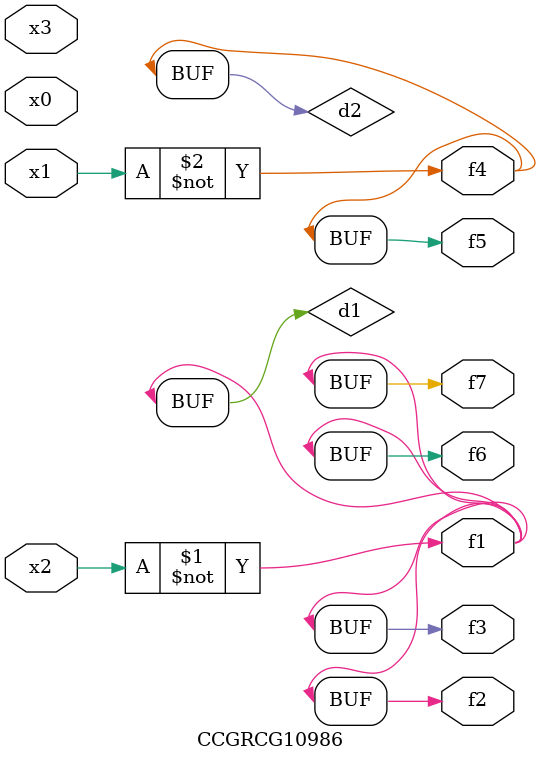
<source format=v>
module CCGRCG10986(
	input x0, x1, x2, x3,
	output f1, f2, f3, f4, f5, f6, f7
);

	wire d1, d2;

	xnor (d1, x2);
	not (d2, x1);
	assign f1 = d1;
	assign f2 = d1;
	assign f3 = d1;
	assign f4 = d2;
	assign f5 = d2;
	assign f6 = d1;
	assign f7 = d1;
endmodule

</source>
